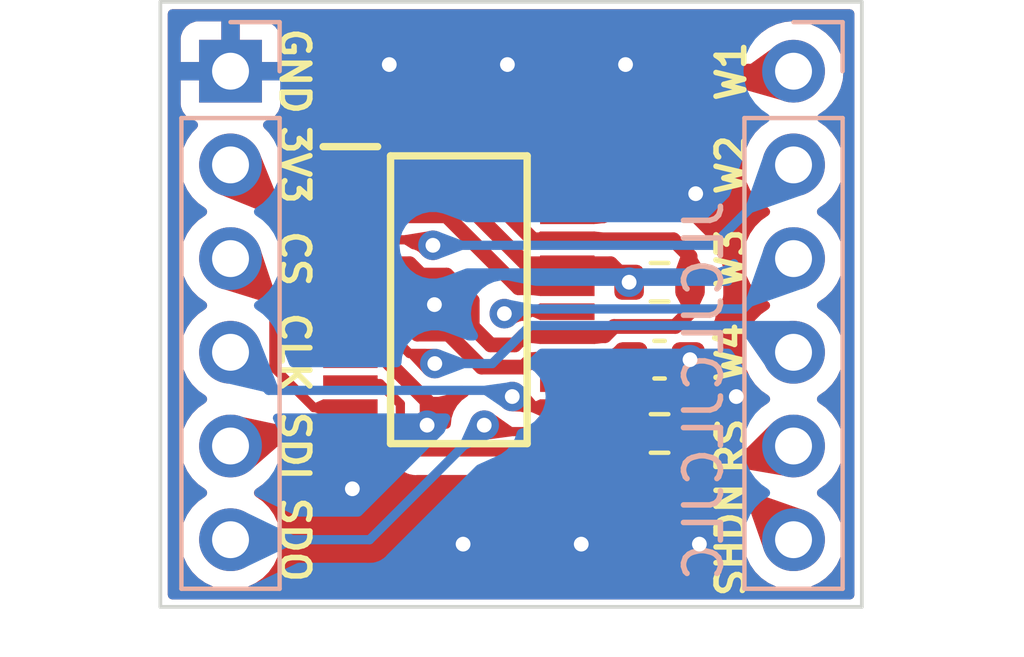
<source format=kicad_pcb>
(kicad_pcb (version 20221018) (generator pcbnew)
  (layers (0 "F.Cu" signal) (31 "B.Cu" signal) (34 "B.Paste" user) (35 "F.Paste" user) (36 "B.SilkS" user "B.Silkscreen") (37 "F.SilkS" user "F.Silkscreen") (38 "B.Mask" user) (39 "F.Mask" user) (44 "Edge.Cuts" user))
  (net 0 "")
  (net 1 "A_3V3")
  (net 2 "B_GND")
  (net 3 "AGND")
  (net 4 "W2")
  (net 5 "W4")
  (net 6 "SHDN")
  (net 7 "CS")
  (net 8 "SDI")
  (net 9 "SDO")
  (net 10 "CLK")
  (net 11 "RS")
  (net 12 "W3")
  (net 13 "W1")
  (footprint "Resistor_SMD:R_0603_1608Metric" (layer "F.Cu") (at 78.321695 39.7 180)
    (fp_text reference "R2" hide)
    (fp_text value "0")
    (fp_line (start -0.237258 -0.5225) (end 0.237258 -0.5225) (stroke (width 0.12)) (layer "F.SilkS"))
    (fp_line (start -0.237258 0.5225) (end 0.237258 0.5225) (stroke (width 0.12)) (layer "F.SilkS"))
    (pad "1" smd roundrect (at -0.825 0 180) (size 0.8 0.95) (layers "F.Cu" "F.Paste" "F.Mask") (net 3 "AGND"))
    (pad "2" smd roundrect (at 0.825 0 180) (size 0.8 0.95) (layers "F.Cu" "F.Paste" "F.Mask") (net 2 "B_GND"))
  )
  (footprint "AD8403ARUZ1-REEL:SOP65P640X120-24N" (layer "F.Cu") (at 72.884695 40.175)
    (fp_text reference "IC1" hide)
    (fp_text value "AD8403ARUZ1-REEL" hide)
    (fp_line (start -3.675 -4.15) (end -2.2 -4.15) (stroke (width 0.2)) (layer "F.SilkS"))
    (fp_line (start -1.85 -3.9) (end 1.85 -3.9) (stroke (width 0.2)) (layer "F.SilkS"))
    (fp_line (start -1.85 3.9) (end -1.85 -3.9) (stroke (width 0.2)) (layer "F.SilkS"))
    (fp_line (start 1.85 -3.9) (end 1.85 3.9) (stroke (width 0.2)) (layer "F.SilkS"))
    (fp_line (start 1.85 3.9) (end -1.85 3.9) (stroke (width 0.2)) (layer "F.SilkS"))
    (pad "1" smd rect (at -2.938 -3.575 90) (size 0.45 1.475) (layers "F.Cu" "F.Paste" "F.Mask") (net 3 "AGND"))
    (pad "2" smd rect (at -2.938 -2.925 90) (size 0.45 1.475) (layers "F.Cu" "F.Paste" "F.Mask") (net 2 "B_GND"))
    (pad "3" smd rect (at -2.938 -2.275 90) (size 0.45 1.475) (layers "F.Cu" "F.Paste" "F.Mask") (net 1 "A_3V3"))
    (pad "4" smd rect (at -2.938 -1.625 90) (size 0.45 1.475) (layers "F.Cu" "F.Paste" "F.Mask") (net 4 "W2"))
    (pad "5" smd rect (at -2.938 -0.975 90) (size 0.45 1.475) (layers "F.Cu" "F.Paste" "F.Mask") (net 3 "AGND"))
    (pad "6" smd rect (at -2.938 -0.325 90) (size 0.45 1.475) (layers "F.Cu" "F.Paste" "F.Mask") (net 2 "B_GND"))
    (pad "7" smd rect (at -2.938 0.325 90) (size 0.45 1.475) (layers "F.Cu" "F.Paste" "F.Mask") (net 1 "A_3V3"))
    (pad "8" smd rect (at -2.938 0.975 90) (size 0.45 1.475) (layers "F.Cu" "F.Paste" "F.Mask") (net 5 "W4"))
    (pad "9" smd rect (at -2.938 1.625 90) (size 0.45 1.475) (layers "F.Cu" "F.Paste" "F.Mask") (net 2 "B_GND"))
    (pad "10" smd rect (at -2.938 2.275 90) (size 0.45 1.475) (layers "F.Cu" "F.Paste" "F.Mask") (net 6 "SHDN"))
    (pad "11" smd rect (at -2.938 2.925 90) (size 0.45 1.475) (layers "F.Cu" "F.Paste" "F.Mask") (net 7 "CS"))
    (pad "12" smd rect (at -2.938 3.575 90) (size 0.45 1.475) (layers "F.Cu" "F.Paste" "F.Mask") (net 8 "SDI"))
    (pad "13" smd rect (at 2.938 3.575 90) (size 0.45 1.475) (layers "F.Cu" "F.Paste" "F.Mask") (net 9 "SDO"))
    (pad "14" smd rect (at 2.938 2.925 90) (size 0.45 1.475) (layers "F.Cu" "F.Paste" "F.Mask") (net 10 "CLK"))
    (pad "15" smd rect (at 2.938 2.275 90) (size 0.45 1.475) (layers "F.Cu" "F.Paste" "F.Mask") (net 11 "RS"))
    (pad "16" smd rect (at 2.938 1.625 90) (size 0.45 1.475) (layers "F.Cu" "F.Paste" "F.Mask") (net 1 "A_3V3"))
    (pad "17" smd rect (at 2.938 0.975 90) (size 0.45 1.475) (layers "F.Cu" "F.Paste" "F.Mask") (net 3 "AGND"))
    (pad "18" smd rect (at 2.938 0.325 90) (size 0.45 1.475) (layers "F.Cu" "F.Paste" "F.Mask") (net 12 "W3"))
    (pad "19" smd rect (at 2.938 -0.325 90) (size 0.45 1.475) (layers "F.Cu" "F.Paste" "F.Mask") (net 1 "A_3V3"))
    (pad "20" smd rect (at 2.938 -0.975 90) (size 0.45 1.475) (layers "F.Cu" "F.Paste" "F.Mask") (net 2 "B_GND"))
    (pad "21" smd rect (at 2.938 -1.625 90) (size 0.45 1.475) (layers "F.Cu" "F.Paste" "F.Mask") (net 3 "AGND"))
    (pad "22" smd rect (at 2.938 -2.275 90) (size 0.45 1.475) (layers "F.Cu" "F.Paste" "F.Mask") (net 13 "W1"))
    (pad "23" smd rect (at 2.938 -2.925 90) (size 0.45 1.475) (layers "F.Cu" "F.Paste" "F.Mask") (net 1 "A_3V3"))
    (pad "24" smd rect (at 2.938 -3.575 90) (size 0.45 1.475) (layers "F.Cu" "F.Paste" "F.Mask") (net 2 "B_GND"))
  )
  (footprint "Capacitor_SMD:C_0603_1608Metric" (layer "F.Cu") (at 78.321695 41.8)
    (fp_text reference "C1" hide)
    (fp_text value "100n")
    (fp_line (start -0.14058 -0.51) (end 0.14058 -0.51) (stroke (width 0.12)) (layer "F.SilkS"))
    (fp_line (start -0.14058 0.51) (end 0.14058 0.51) (stroke (width 0.12)) (layer "F.SilkS"))
    (pad "1" smd roundrect (at -0.775 0) (size 0.9 0.95) (layers "F.Cu" "F.Paste" "F.Mask") (net 1 "A_3V3"))
    (pad "2" smd roundrect (at 0.775 0) (size 0.9 0.95) (layers "F.Cu" "F.Paste" "F.Mask") (net 2 "B_GND"))
  )
  (footprint "Resistor_SMD:R_0603_1608Metric" (layer "F.Cu") (at 78.321695 43.8 180)
    (fp_text reference "R1" hide)
    (fp_text value "10k")
    (fp_line (start -0.237258 -0.5225) (end 0.237258 -0.5225) (stroke (width 0.12)) (layer "F.SilkS"))
    (fp_line (start -0.237258 0.5225) (end 0.237258 0.5225) (stroke (width 0.12)) (layer "F.SilkS"))
    (pad "1" smd roundrect (at -0.825 0 180) (size 0.8 0.95) (layers "F.Cu" "F.Paste" "F.Mask") (net 1 "A_3V3"))
    (pad "2" smd roundrect (at 0.825 0 180) (size 0.8 0.95) (layers "F.Cu" "F.Paste" "F.Mask") (net 9 "SDO"))
  )
  (footprint "Connector_PinHeader_2.54mm:PinHeader_1x06_P2.54mm_Vertical" (layer "B.Cu") (at 66.7 33.98 180)
    (fp_text reference "J2" hide)
    (fp_text value "Conn_01x06_Pin")
    (fp_line (start -1.33 -14.03) (end 1.33 -14.03) (stroke (width 0.12)) (layer "B.SilkS"))
    (fp_line (start -1.33 -1.27) (end -1.33 -14.03) (stroke (width 0.12)) (layer "B.SilkS"))
    (fp_line (start -1.33 -1.27) (end 1.33 -1.27) (stroke (width 0.12)) (layer "B.SilkS"))
    (fp_line (start -1.33 0) (end -1.33 1.33) (stroke (width 0.12)) (layer "B.SilkS"))
    (fp_line (start -1.33 1.33) (end 0 1.33) (stroke (width 0.12)) (layer "B.SilkS"))
    (fp_line (start 1.33 -1.27) (end 1.33 -14.03) (stroke (width 0.12)) (layer "B.SilkS"))
    (pad "1" thru_hole rect (at 0 0 180) (size 1.7 1.7) (drill 1) (layers "*.Cu" "*.Mask") (net 2 "B_GND"))
    (pad "2" thru_hole oval (at 0 -2.54 180) (size 1.7 1.7) (drill 1) (layers "*.Cu" "*.Mask") (net 1 "A_3V3"))
    (pad "3" thru_hole oval (at 0 -5.08 180) (size 1.7 1.7) (drill 1) (layers "*.Cu" "*.Mask") (net 7 "CS"))
    (pad "4" thru_hole oval (at 0 -7.62 180) (size 1.7 1.7) (drill 1) (layers "*.Cu" "*.Mask") (net 10 "CLK"))
    (pad "5" thru_hole oval (at 0 -10.16 180) (size 1.7 1.7) (drill 1) (layers "*.Cu" "*.Mask") (net 8 "SDI"))
    (pad "6" thru_hole oval (at 0 -12.7 180) (size 1.7 1.7) (drill 1) (layers "*.Cu" "*.Mask") (net 9 "SDO"))
  )
  (footprint "Connector_PinHeader_2.54mm:PinHeader_1x06_P2.54mm_Vertical" (layer "B.Cu") (at 81.95 33.98 180)
    (fp_text reference "J1" hide)
    (fp_text value "Conn_01x06_Pin")
    (fp_line (start -1.33 -14.03) (end 1.33 -14.03) (stroke (width 0.12)) (layer "B.SilkS"))
    (fp_line (start -1.33 -1.27) (end -1.33 -14.03) (stroke (width 0.12)) (layer "B.SilkS"))
    (fp_line (start -1.33 -1.27) (end 1.33 -1.27) (stroke (width 0.12)) (layer "B.SilkS"))
    (fp_line (start -1.33 0) (end -1.33 1.33) (stroke (width 0.12)) (layer "B.SilkS"))
    (fp_line (start -1.33 1.33) (end 0 1.33) (stroke (width 0.12)) (layer "B.SilkS"))
    (fp_line (start 1.33 -1.27) (end 1.33 -14.03) (stroke (width 0.12)) (layer "B.SilkS"))
    (pad "1" thru_hole circle (at 0 0 180) (size 1.7 1.7) (drill 1) (layers "*.Cu" "*.Mask") (net 13 "W1"))
    (pad "2" thru_hole oval (at 0 -2.54 180) (size 1.7 1.7) (drill 1) (layers "*.Cu" "*.Mask") (net 4 "W2"))
    (pad "3" thru_hole oval (at 0 -5.08 180) (size 1.7 1.7) (drill 1) (layers "*.Cu" "*.Mask") (net 12 "W3"))
    (pad "4" thru_hole oval (at 0 -7.62 180) (size 1.7 1.7) (drill 1) (layers "*.Cu" "*.Mask") (net 5 "W4"))
    (pad "5" thru_hole oval (at 0 -10.16 180) (size 1.7 1.7) (drill 1) (layers "*.Cu" "*.Mask") (net 11 "RS"))
    (pad "6" thru_hole oval (at 0 -12.7 180) (size 1.7 1.7) (drill 1) (layers "*.Cu" "*.Mask") (net 6 "SHDN"))
  )
  (gr_line (start 64.8 48.5) (end 83.8 48.5) (stroke (width 0.1)) (layer "Edge.Cuts"))
  (gr_line (start 64.8 32.1) (end 64.8 48.5) (stroke (width 0.1)) (layer "Edge.Cuts"))
  (gr_line (start 83.8 48.5) (end 83.8 32.1) (stroke (width 0.1)) (layer "Edge.Cuts"))
  (gr_line (start 83.8 32.1) (end 64.8 32.1) (stroke (width 0.1)) (layer "Edge.Cuts"))
  (gr_text "JLCJLCJLCJLC" (at 80.1 37.4 90) (layer "B.SilkS") (effects (font (size 1 1)) (justify left bottom mirror)))
  (gr_text "CLK" (at 68 41.6 270) (layer "F.SilkS") (effects (font (size 0.75 0.75) (thickness 0.15) bold) (justify bottom)))
  (gr_text "RS" (at 80.7 44.14 90) (layer "F.SilkS") (effects (font (size 0.75 0.75) (thickness 0.15) bold) (justify bottom)))
  (gr_text "W4" (at 80.7 41.6 90) (layer "F.SilkS") (effects (font (size 0.75 0.75) (thickness 0.15) bold) (justify bottom)))
  (gr_text "SHDN" (at 80.7 46.68 90) (layer "F.SilkS") (effects (font (size 0.75 0.75) (thickness 0.15) bold) (justify bottom)))
  (gr_text "SDO" (at 68 46.68 270) (layer "F.SilkS") (effects (font (size 0.75 0.75) (thickness 0.15) bold) (justify bottom)))
  (gr_text "W2" (at 80.7 36.52 90) (layer "F.SilkS") (effects (font (size 0.75 0.75) (thickness 0.15) bold) (justify bottom)))
  (gr_text "CS" (at 68 39.06 270) (layer "F.SilkS") (effects (font (size 0.75 0.75) (thickness 0.15) bold) (justify bottom)))
  (gr_text "3V3" (at 68 36.52 270) (layer "F.SilkS") (effects (font (size 0.75 0.75) (thickness 0.15) bold) (justify bottom)))
  (gr_text "GND" (at 68 33.98 270) (layer "F.SilkS") (effects (font (size 0.75 0.75) (thickness 0.15) bold) (justify bottom)))
  (gr_text "SDI" (at 68 44.14 270) (layer "F.SilkS") (effects (font (size 0.75 0.75) (thickness 0.15) bold) (justify bottom)))
  (gr_text "W3" (at 80.7 39.06 90) (layer "F.SilkS") (effects (font (size 0.75 0.75) (thickness 0.15) bold) (justify bottom)))
  (gr_text "W1" (at 80.7 33.98 90) (layer "F.SilkS") (effects (font (size 0.75 0.75) (thickness 0.15) bold) (justify bottom)))
  (segment (start 69.946695 37.9) (end 68.834195 37.9) (width 0.4) (layer "F.Cu") (net 1))
  (segment (start 68.08 37.9) (end 68.834195 37.9) (width 0.4) (layer "F.Cu") (net 1))
  (segment (start 69.946695 40.5) (end 71.154908 40.5) (width 0.4) (layer "F.Cu") (net 1))
  (segment (start 69.946695 40.5) (end 68.834195 40.5) (width 0.4) (layer "F.Cu") (net 1))
  (segment (start 74.445223 37.25) (end 75.822695 37.25) (width 0.4) (layer "F.Cu") (net 1))
  (segment (start 72.604777 41.10661) (end 73.498167 42) (width 0.4) (layer "F.Cu") (net 1))
  (segment (start 74.846695 41.8) (end 75.822695 41.8) (width 0.4) (layer "F.Cu") (net 1))
  (segment (start 68.834195 40.5) (end 68.809195 40.475) (width 0.4) (layer "F.Cu") (net 1))
  (segment (start 68.834195 37.9) (end 68.809195 37.875) (width 0.4) (layer "F.Cu") (net 1))
  (segment (start 68.809195 35.975) (end 73.170223 35.975) (width 0.4) (layer "F.Cu") (net 1))
  (segment (start 71.761518 41.10661) (end 72.604777 41.10661) (width 0.4) (layer "F.Cu") (net 1))
  (segment (start 71.154908 40.5) (end 71.761518 41.10661) (width 0.4) (layer "F.Cu") (net 1))
  (segment (start 75.822695 39.85) (end 74.499639 39.85) (width 0.4) (layer "F.Cu") (net 1))
  (segment (start 73.170223 35.975) (end 74.445223 37.25) (width 0.4) (layer "F.Cu") (net 1))
  (segment (start 74.646695 42) (end 74.846695 41.8) (width 0.4) (layer "F.Cu") (net 1))
  (segment (start 77.546695 41.8) (end 79.146695 43.4) (width 0.4) (layer "F.Cu") (net 1))
  (segment (start 73.498167 42) (end 74.646695 42) (width 0.4) (layer "F.Cu") (net 1))
  (segment (start 77.546695 41.8) (end 75.822695 41.8) (width 0.4) (layer "F.Cu") (net 1))
  (segment (start 66.7 36.52) (end 68.08 37.9) (width 0.4) (layer "F.Cu") (net 1))
  (segment (start 79.146695 43.4) (end 79.146695 43.8) (width 0.4) (layer "F.Cu") (net 1))
  (segment (start 74.499639 39.85) (end 72.549639 37.9) (width 0.4) (layer "F.Cu") (net 1))
  (segment (start 68.809195 37.7) (end 68.809195 35.975) (width 0.4) (layer "F.Cu") (net 1))
  (segment (start 68.809195 40.475) (end 68.809195 37.7) (width 0.4) (layer "F.Cu") (net 1))
  (segment (start 72.549639 37.9) (end 69.946695 37.9) (width 0.4) (layer "F.Cu") (net 1))
  (segment (start 68.809195 37.875) (end 68.809195 37.7) (width 0.4) (layer "F.Cu") (net 1))
  (segment (start 74.698167 39.2) (end 72.748167 37.25) (width 0.4) (layer "F.Cu") (net 2))
  (segment (start 71.810546 40.30711) (end 71.353436 39.85) (width 0.4) (layer "F.Cu") (net 2))
  (segment (start 69.946695 41.8) (end 70.9 41.8) (width 0.4) (layer "F.Cu") (net 2))
  (segment (start 72.223141 40.30711) (end 71.810546 40.30711) (width 0.4) (layer "F.Cu") (net 2))
  (segment (start 75.822695 36.6) (end 75.822695 35.722695) (width 0.4) (layer "F.Cu") (net 2))
  (segment (start 71.025 41.925) (end 72.0245 42.9245) (width 0.4) (layer "F.Cu") (net 2))
  (segment (start 75.822695 39.2) (end 74.698167 39.2) (width 0.4) (layer "F.Cu") (net 2))
  (segment (start 77.496695 39.7) (end 76.996695 39.2) (width 0.4) (layer "F.Cu") (net 2))
  (segment (start 79.096695 41.8) (end 79.146695 41.8) (width 0.4) (layer "F.Cu") (net 2))
  (segment (start 70.9 41.8) (end 71.025 41.925) (width 0.4) (layer "F.Cu") (net 2))
  (segment (start 71.353436 39.85) (end 69.946695 39.85) (width 0.4) (layer "F.Cu") (net 2))
  (segment (start 72.0245 42.9245) (end 72.0245 43.575) (width 0.4) (layer "F.Cu") (net 2))
  (segment (start 72.748167 37.25) (end 69.946695 37.25) (width 0.4) (layer "F.Cu") (net 2))
  (segment (start 76.996695 39.2) (end 75.822695 39.2) (width 0.4) (layer "F.Cu") (net 2))
  (via (at 72.0245 43.575) (size 0.8) (drill 0.4) (layers "F.Cu" "B.Cu") (net 2))
  (via (at 79.3 37.3) (size 0.8) (drill 0.4) (layers "F.Cu" "B.Cu") (net 2))
  (via (at 73 46.8) (size 0.8) (drill 0.4) (layers "F.Cu" "B.Cu") (net 2))
  (via (at 79.146695 41.8) (size 0.8) (drill 0.4) (layers "F.Cu" "B.Cu") (net 2))
  (via (at 74.2 33.8) (size 0.8) (drill 0.4) (layers "F.Cu" "B.Cu") (net 2))
  (via (at 76.2 46.8) (size 0.8) (drill 0.4) (layers "F.Cu" "B.Cu") (net 2))
  (via (at 79.4 46.8) (size 0.8) (drill 0.4) (layers "F.Cu" "B.Cu") (net 2))
  (via (at 72.223141 40.30711) (size 0.8) (drill 0.4) (layers "F.Cu" "B.Cu") (net 2))
  (via (at 70 45.3) (size 0.8) (drill 0.4) (layers "F.Cu" "B.Cu") (net 2))
  (via (at 77.496695 39.7) (size 0.8) (drill 0.4) (layers "F.Cu" "B.Cu") (net 2))
  (via (at 80.4 42.8) (size 0.8) (drill 0.4) (layers "F.Cu" "B.Cu") (net 2))
  (via (at 71 33.8) (size 0.8) (drill 0.4) (layers "F.Cu" "B.Cu") (net 2))
  (via (at 77.4 33.8) (size 0.8) (drill 0.4) (layers "F.Cu" "B.Cu") (net 2))
  (segment (start 72.553305 39.50661) (end 73.246695 40.2) (width 0.4) (layer "F.Cu") (net 3))
  (segment (start 76.837812 41.15) (end 75.822695 41.15) (width 0.4) (layer "F.Cu") (net 3))
  (segment (start 74.896695 38.55) (end 75.822695 38.55) (width 0.4) (layer "F.Cu") (net 3))
  (segment (start 73.246695 40.2) (end 73.246695 40.9) (width 0.4) (layer "F.Cu") (net 3))
  (segment (start 79.146695 39.7) (end 79.146695 40.5) (width 0.4) (layer "F.Cu") (net 3))
  (segment (start 73.246695 40.9) (end 73.746695 41.4) (width 0.4) (layer "F.Cu") (net 3))
  (segment (start 72.946695 36.6) (end 74.896695 38.55) (width 0.4) (layer "F.Cu") (net 3))
  (segment (start 75.822695 38.55) (end 78.696695 38.55) (width 0.4) (layer "F.Cu") (net 3))
  (segment (start 73.746695 41.4) (end 74.398167 41.4) (width 0.4) (layer "F.Cu") (net 3))
  (segment (start 79.146695 40.5) (end 78.746695 40.9) (width 0.4) (layer "F.Cu") (net 3))
  (segment (start 69.946695 36.6) (end 72.946695 36.6) (width 0.4) (layer "F.Cu") (net 3))
  (segment (start 69.946695 39.2) (end 71.551964 39.2) (width 0.4) (layer "F.Cu") (net 3))
  (segment (start 71.551964 39.2) (end 71.858574 39.50661) (width 0.4) (layer "F.Cu") (net 3))
  (segment (start 79.146695 39) (end 79.146695 39.7) (width 0.4) (layer "F.Cu") (net 3))
  (segment (start 78.746695 40.9) (end 77.087812 40.9) (width 0.4) (layer "F.Cu") (net 3))
  (segment (start 74.648167 41.15) (end 75.822695 41.15) (width 0.4) (layer "F.Cu") (net 3))
  (segment (start 74.398167 41.4) (end 74.648167 41.15) (width 0.4) (layer "F.Cu") (net 3))
  (segment (start 71.858574 39.50661) (end 72.553305 39.50661) (width 0.4) (layer "F.Cu") (net 3))
  (segment (start 77.087812 40.9) (end 76.837812 41.15) (width 0.4) (layer "F.Cu") (net 3))
  (segment (start 78.696695 38.55) (end 79.146695 39) (width 0.4) (layer "F.Cu") (net 3))
  (segment (start 72.182835 38.6995) (end 72.033335 38.55) (width 0.25) (layer "F.Cu") (net 4))
  (segment (start 72.033335 38.55) (end 69.946695 38.55) (width 0.25) (layer "F.Cu") (net 4))
  (via (at 72.182835 38.6995) (size 0.8) (drill 0.4) (layers "F.Cu" "B.Cu") (net 4))
  (segment (start 79.7705 38.6995) (end 81.95 36.52) (width 0.25) (layer "B.Cu") (net 4))
  (segment (start 72.182835 38.6995) (end 79.7705 38.6995) (width 0.25) (layer "B.Cu") (net 4))
  (segment (start 72.233751 41.90611) (end 71.959251 41.63161) (width 0.25) (layer "F.Cu") (net 5))
  (segment (start 71.544056 41.63161) (end 71.062446 41.15) (width 0.25) (layer "F.Cu") (net 5))
  (segment (start 71.959251 41.63161) (end 71.544056 41.63161) (width 0.25) (layer "F.Cu") (net 5))
  (segment (start 71.062446 41.15) (end 69.946695 41.15) (width 0.25) (layer "F.Cu") (net 5))
  (via (at 72.233751 41.90611) (size 0.8) (drill 0.4) (layers "F.Cu" "B.Cu") (net 5))
  (segment (start 73.788684 41.90611) (end 74.819794 40.875) (width 0.25) (layer "B.Cu") (net 5))
  (segment (start 81.3 41.6) (end 81.95 41.6) (width 0.25) (layer "B.Cu") (net 5))
  (segment (start 74.819794 40.875) (end 80.575 40.875) (width 0.25) (layer "B.Cu") (net 5))
  (segment (start 72.233751 41.90611) (end 73.788684 41.90611) (width 0.25) (layer "B.Cu") (net 5))
  (segment (start 80.575 40.875) (end 81.3 41.6) (width 0.25) (layer "B.Cu") (net 5))
  (segment (start 69.946695 42.45) (end 70.75 42.45) (width 0.25) (layer "F.Cu") (net 6))
  (segment (start 80.32 45.05) (end 81.95 46.68) (width 0.25) (layer "F.Cu") (net 6))
  (segment (start 71.3 43) (end 71.3 43.875805) (width 0.25) (layer "F.Cu") (net 6))
  (segment (start 76.779233 44.3) (end 77.529233 45.05) (width 0.25) (layer "F.Cu") (net 6))
  (segment (start 71.724195 44.3) (end 76.779233 44.3) (width 0.25) (layer "F.Cu") (net 6))
  (segment (start 70.75 42.45) (end 71.3 43) (width 0.25) (layer "F.Cu") (net 6))
  (segment (start 71.3 43.875805) (end 71.724195 44.3) (width 0.25) (layer "F.Cu") (net 6))
  (segment (start 77.529233 45.05) (end 80.32 45.05) (width 0.25) (layer "F.Cu") (net 6))
  (segment (start 67.875 42.015805) (end 67.875 40.235) (width 0.25) (layer "F.Cu") (net 7))
  (segment (start 67.875 40.235) (end 66.7 39.06) (width 0.25) (layer "F.Cu") (net 7))
  (segment (start 69.946695 43.1) (end 68.959195 43.1) (width 0.25) (layer "F.Cu") (net 7))
  (segment (start 68.959195 43.1) (end 67.875 42.015805) (width 0.25) (layer "F.Cu") (net 7))
  (segment (start 69.946695 43.75) (end 67.09 43.75) (width 0.25) (layer "F.Cu") (net 8))
  (segment (start 67.09 43.75) (end 66.7 44.14) (width 0.25) (layer "F.Cu") (net 8))
  (segment (start 73.746521 43.75) (end 75.822695 43.75) (width 0.25) (layer "F.Cu") (net 9))
  (segment (start 77.446695 43.75) (end 77.496695 43.8) (width 0.25) (layer "F.Cu") (net 9))
  (segment (start 73.572021 43.5755) (end 73.746521 43.75) (width 0.25) (layer "F.Cu") (net 9))
  (segment (start 75.822695 43.75) (end 77.446695 43.75) (width 0.25) (layer "F.Cu") (net 9))
  (via (at 73.572021 43.5755) (size 0.8) (drill 0.4) (layers "F.Cu" "B.Cu") (net 9))
  (segment (start 73.572021 43.5755) (end 70.467521 46.68) (width 0.25) (layer "B.Cu") (net 9))
  (segment (start 70.467521 46.68) (end 66.7 46.68) (width 0.25) (layer "B.Cu") (net 9))
  (segment (start 74.331251 42.7995) (end 74.631751 43.1) (width 0.25) (layer "F.Cu") (net 10))
  (segment (start 74.631751 43.1) (end 75.822695 43.1) (width 0.25) (layer "F.Cu") (net 10))
  (via (at 74.331251 42.7995) (size 0.8) (drill 0.4) (layers "F.Cu" "B.Cu") (net 10))
  (segment (start 67.73111 42.63111) (end 74.162861 42.63111) (width 0.25) (layer "B.Cu") (net 10))
  (segment (start 74.162861 42.63111) (end 74.331251 42.7995) (width 0.25) (layer "B.Cu") (net 10))
  (segment (start 66.7 41.6) (end 67.73111 42.63111) (width 0.25) (layer "B.Cu") (net 10))
  (segment (start 78.421695 43.507538) (end 77.514157 42.6) (width 0.25) (layer "F.Cu") (net 11))
  (segment (start 78.729233 44.6) (end 78.417926 44.288693) (width 0.25) (layer "F.Cu") (net 11))
  (segment (start 78.417926 43.511307) (end 78.421695 43.507538) (width 0.25) (layer "F.Cu") (net 11))
  (segment (start 81.49 44.6) (end 78.729233 44.6) (width 0.25) (layer "F.Cu") (net 11))
  (segment (start 81.95 44.14) (end 81.49 44.6) (width 0.25) (layer "F.Cu") (net 11))
  (segment (start 78.417926 44.288693) (end 78.417926 43.511307) (width 0.25) (layer "F.Cu") (net 11))
  (segment (start 76.596695 42.45) (end 75.822695 42.45) (width 0.25) (layer "F.Cu") (net 11))
  (segment (start 77.514157 42.6) (end 76.746695 42.6) (width 0.25) (layer "F.Cu") (net 11))
  (segment (start 76.746695 42.6) (end 76.596695 42.45) (width 0.25) (layer "F.Cu") (net 11))
  (segment (start 74.169489 40.5) (end 75.822695 40.5) (width 0.25) (layer "F.Cu") (net 12))
  (segment (start 74.117324 40.552165) (end 74.169489 40.5) (width 0.25) (layer "F.Cu") (net 12))
  (via (at 74.117324 40.552165) (size 0.8) (drill 0.4) (layers "F.Cu" "B.Cu") (net 12))
  (segment (start 74.244489 40.425) (end 80.585 40.425) (width 0.25) (layer "B.Cu") (net 12))
  (segment (start 74.117324 40.552165) (end 74.244489 40.425) (width 0.25) (layer "B.Cu") (net 12))
  (segment (start 80.585 40.425) (end 81.95 39.06) (width 0.25) (layer "B.Cu") (net 12))
  (segment (start 81.95 33.98) (end 80.72 33.98) (width 0.4) (layer "F.Cu") (net 13))
  (segment (start 76.8 37.9) (end 75.822695 37.9) (width 0.4) (layer "F.Cu") (net 13))
  (segment (start 80.72 33.98) (end 76.8 37.9) (width 0.4) (layer "F.Cu") (net 13))
  (zone (net 2) (net_name "B_GND") (layers "F&B.Cu") (connect_pads (clearance 0.5)) (min_thickness 0.25) (fill yes (thermal_gap 0.5) (thermal_bridge_width 0.5))
    (polygon (pts (xy 65 32.3) (xy 65 48.3) (xy 83.6 48.3) (xy 83.6 32.3)))
  )
)
</source>
